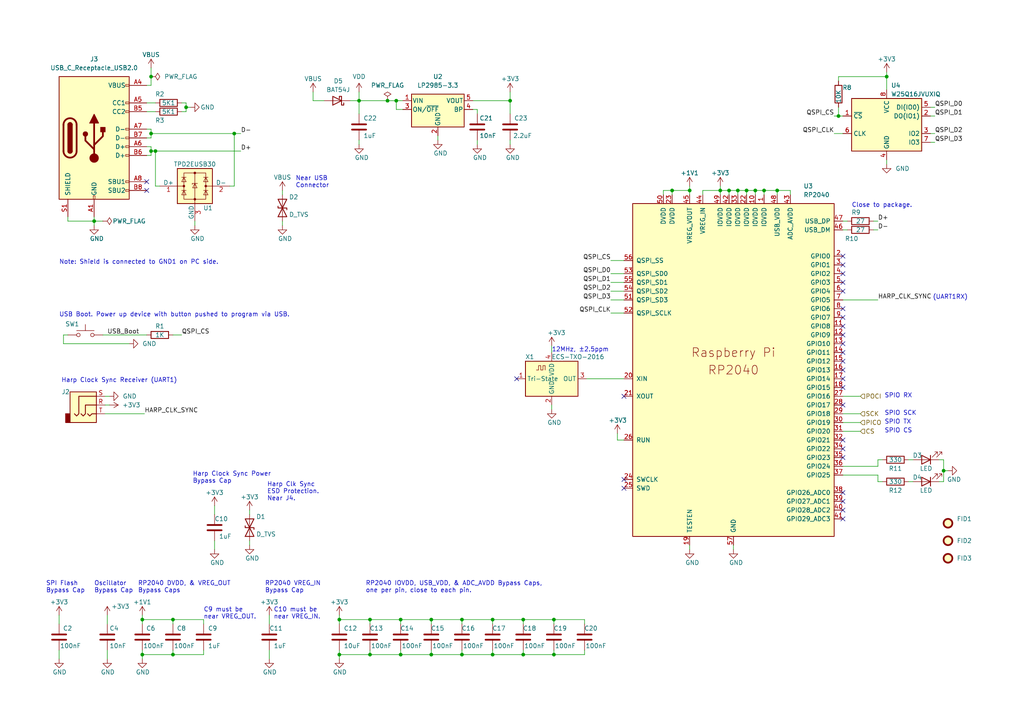
<source format=kicad_sch>
(kicad_sch (version 20230121) (generator eeschema)
  (paper "A4")
  (junction (at 273.685 136.525))
  (junction (at 112.395 29.21))
  (junction (at 147.955 29.21))
  (junction (at 104.14 29.21))
  (junction (at 213.995 55.245))
  (junction (at 107.315 179.705))
  (junction (at 41.275 189.865))
  (junction (at 45.085 43.815))
  (junction (at 133.985 189.865))
  (junction (at 194.945 55.245))
  (junction (at 116.205 179.705))
  (junction (at 211.455 55.245))
  (junction (at 27.305 64.135))
  (junction (at 98.425 179.705))
  (junction (at 67.945 38.735))
  (junction (at 98.425 189.865))
  (junction (at 160.655 189.865))
  (junction (at 116.205 189.865))
  (junction (at 125.095 179.705))
  (junction (at 43.815 43.815))
  (junction (at 107.315 189.865))
  (junction (at 243.205 33.655))
  (junction (at 216.535 55.245))
  (junction (at 151.765 179.705))
  (junction (at 221.615 55.245))
  (junction (at 257.175 22.225))
  (junction (at 50.165 179.705))
  (junction (at 142.875 179.705))
  (junction (at 133.985 179.705))
  (junction (at 53.975 31.115))
  (junction (at 43.815 38.735))
  (junction (at 160.655 179.705))
  (junction (at 208.915 55.245))
  (junction (at 114.935 29.21))
  (junction (at 41.275 179.705))
  (junction (at 50.165 189.865))
  (junction (at 225.425 55.245))
  (junction (at 43.815 22.225))
  (junction (at 142.875 189.865))
  (junction (at 125.095 189.865))
  (junction (at 219.075 55.245))
  (junction (at 151.765 189.865))
  (junction (at 200.025 55.245))
  (no_connect (at 244.475 109.855))
  (no_connect (at 244.475 130.175))
  (no_connect (at 244.475 117.475))
  (no_connect (at 244.475 99.695))
  (no_connect (at 244.475 81.915))
  (no_connect (at 244.475 79.375))
  (no_connect (at 42.545 52.705))
  (no_connect (at 244.475 145.415))
  (no_connect (at 244.475 150.495))
  (no_connect (at 244.475 94.615))
  (no_connect (at 244.475 92.075))
  (no_connect (at 244.475 74.295))
  (no_connect (at 244.475 132.715))
  (no_connect (at 180.975 139.065))
  (no_connect (at 244.475 142.875))
  (no_connect (at 244.475 107.315))
  (no_connect (at 244.475 104.775))
  (no_connect (at 42.545 55.245))
  (no_connect (at 244.475 89.535))
  (no_connect (at 244.475 102.235))
  (no_connect (at 244.475 84.455))
  (no_connect (at 149.86 109.855))
  (no_connect (at 244.475 112.395))
  (no_connect (at 244.475 97.155))
  (no_connect (at 180.975 141.605))
  (no_connect (at 244.475 127.635))
  (no_connect (at 180.975 114.935))
  (no_connect (at 244.475 76.835))
  (no_connect (at 244.475 147.955))
  (wire (pts (xy 59.055 180.975) (xy 59.055 179.705)))
  (wire (pts (xy 98.425 189.865) (xy 98.425 191.135)))
  (wire (pts (xy 244.475 125.095) (xy 249.555 125.095)))
  (wire (pts (xy 257.175 22.225) (xy 257.175 26.035)))
  (wire (pts (xy 138.43 31.75) (xy 137.16 31.75)))
  (wire (pts (xy 42.545 29.845) (xy 45.085 29.845)))
  (wire (pts (xy 194.945 55.245) (xy 194.945 56.515)))
  (wire (pts (xy 160.02 117.475) (xy 160.02 118.745)))
  (wire (pts (xy 243.205 31.115) (xy 243.205 33.655)))
  (wire (pts (xy 31.115 178.435) (xy 31.115 180.975)))
  (wire (pts (xy 142.875 189.865) (xy 133.985 189.865)))
  (wire (pts (xy 53.975 31.115) (xy 53.975 29.845)))
  (wire (pts (xy 192.405 55.245) (xy 192.405 56.515)))
  (wire (pts (xy 125.095 188.595) (xy 125.095 189.865)))
  (wire (pts (xy 27.305 64.135) (xy 27.305 65.405)))
  (wire (pts (xy 170.18 109.855) (xy 180.975 109.855)))
  (wire (pts (xy 200.025 55.245) (xy 200.025 56.515)))
  (wire (pts (xy 41.275 189.865) (xy 41.275 191.135)))
  (wire (pts (xy 257.175 20.955) (xy 257.175 22.225)))
  (wire (pts (xy 194.945 55.245) (xy 192.405 55.245)))
  (wire (pts (xy 254.635 137.795) (xy 244.475 137.795)))
  (wire (pts (xy 43.815 43.815) (xy 43.815 45.085)))
  (wire (pts (xy 104.14 29.21) (xy 104.14 33.02)))
  (wire (pts (xy 41.275 179.705) (xy 50.165 179.705)))
  (wire (pts (xy 151.765 180.975) (xy 151.765 179.705)))
  (wire (pts (xy 81.915 64.135) (xy 81.915 65.405)))
  (wire (pts (xy 72.39 147.955) (xy 72.39 149.225)))
  (wire (pts (xy 133.985 188.595) (xy 133.985 189.865)))
  (wire (pts (xy 160.655 189.865) (xy 169.545 189.865)))
  (wire (pts (xy 18.415 99.695) (xy 18.415 97.155)))
  (wire (pts (xy 98.425 179.705) (xy 107.315 179.705)))
  (wire (pts (xy 229.235 56.515) (xy 229.235 55.245)))
  (wire (pts (xy 219.075 55.245) (xy 219.075 56.515)))
  (wire (pts (xy 138.43 40.64) (xy 138.43 41.91)))
  (wire (pts (xy 59.055 189.865) (xy 59.055 188.595)))
  (wire (pts (xy 53.975 31.115) (xy 55.245 31.115)))
  (wire (pts (xy 50.165 180.975) (xy 50.165 179.705)))
  (wire (pts (xy 43.815 24.765) (xy 42.545 24.765)))
  (wire (pts (xy 151.765 189.865) (xy 142.875 189.865)))
  (wire (pts (xy 244.475 66.675) (xy 245.745 66.675)))
  (wire (pts (xy 50.165 189.865) (xy 50.165 188.595)))
  (wire (pts (xy 114.935 31.75) (xy 116.84 31.75)))
  (wire (pts (xy 56.515 64.135) (xy 56.515 65.405)))
  (wire (pts (xy 169.545 179.705) (xy 160.655 179.705)))
  (wire (pts (xy 269.875 41.275) (xy 271.145 41.275)))
  (wire (pts (xy 243.205 23.495) (xy 243.205 22.225)))
  (wire (pts (xy 125.095 180.975) (xy 125.095 179.705)))
  (wire (pts (xy 273.685 136.525) (xy 273.685 139.7)))
  (wire (pts (xy 177.165 90.805) (xy 180.975 90.805)))
  (wire (pts (xy 43.815 45.085) (xy 42.545 45.085)))
  (wire (pts (xy 272.415 133.35) (xy 273.685 133.35)))
  (wire (pts (xy 27.305 64.135) (xy 29.845 64.135)))
  (wire (pts (xy 244.475 135.255) (xy 254.635 135.255)))
  (wire (pts (xy 269.875 38.735) (xy 271.145 38.735)))
  (wire (pts (xy 177.165 75.565) (xy 180.975 75.565)))
  (wire (pts (xy 78.105 178.435) (xy 78.105 180.975)))
  (wire (pts (xy 125.095 179.705) (xy 133.985 179.705)))
  (wire (pts (xy 127 39.37) (xy 127 40.64)))
  (wire (pts (xy 98.425 189.865) (xy 107.315 189.865)))
  (wire (pts (xy 169.545 188.595) (xy 169.545 189.865)))
  (wire (pts (xy 41.275 189.865) (xy 50.165 189.865)))
  (wire (pts (xy 43.815 19.685) (xy 43.815 22.225)))
  (wire (pts (xy 45.085 43.815) (xy 69.85 43.815)))
  (wire (pts (xy 133.985 179.705) (xy 133.985 180.975)))
  (wire (pts (xy 31.115 188.595) (xy 31.115 191.135)))
  (wire (pts (xy 104.14 40.64) (xy 104.14 41.91)))
  (wire (pts (xy 50.165 179.705) (xy 59.055 179.705)))
  (wire (pts (xy 229.235 55.245) (xy 225.425 55.245)))
  (wire (pts (xy 244.475 64.135) (xy 245.745 64.135)))
  (wire (pts (xy 50.165 97.155) (xy 52.705 97.155)))
  (wire (pts (xy 208.915 55.245) (xy 211.455 55.245)))
  (wire (pts (xy 43.815 37.465) (xy 43.815 38.735)))
  (wire (pts (xy 147.955 33.02) (xy 147.955 29.21)))
  (wire (pts (xy 142.875 179.705) (xy 151.765 179.705)))
  (wire (pts (xy 67.945 38.735) (xy 67.945 53.975)))
  (wire (pts (xy 273.685 133.35) (xy 273.685 136.525)))
  (wire (pts (xy 212.725 158.115) (xy 212.725 159.385)))
  (wire (pts (xy 263.525 139.7) (xy 264.795 139.7)))
  (wire (pts (xy 52.705 32.385) (xy 53.975 32.385)))
  (wire (pts (xy 216.535 55.245) (xy 216.535 56.515)))
  (wire (pts (xy 112.395 29.21) (xy 104.14 29.21)))
  (wire (pts (xy 208.915 53.975) (xy 208.915 55.245)))
  (wire (pts (xy 107.315 188.595) (xy 107.315 189.865)))
  (wire (pts (xy 45.085 53.975) (xy 46.355 53.975)))
  (wire (pts (xy 114.935 31.75) (xy 114.935 29.21)))
  (wire (pts (xy 17.145 178.435) (xy 17.145 180.975)))
  (wire (pts (xy 116.205 179.705) (xy 125.095 179.705)))
  (wire (pts (xy 151.765 188.595) (xy 151.765 189.865)))
  (wire (pts (xy 255.905 139.7) (xy 254.635 139.7)))
  (wire (pts (xy 116.205 189.865) (xy 107.315 189.865)))
  (wire (pts (xy 200.025 158.115) (xy 200.025 159.385)))
  (wire (pts (xy 254.635 133.35) (xy 255.905 133.35)))
  (wire (pts (xy 53.975 32.385) (xy 53.975 31.115)))
  (wire (pts (xy 133.985 189.865) (xy 125.095 189.865)))
  (wire (pts (xy 203.835 55.245) (xy 203.835 56.515)))
  (wire (pts (xy 272.415 139.7) (xy 273.685 139.7)))
  (wire (pts (xy 263.525 133.35) (xy 264.795 133.35)))
  (wire (pts (xy 116.205 188.595) (xy 116.205 189.865)))
  (wire (pts (xy 41.275 179.705) (xy 41.275 180.975)))
  (wire (pts (xy 41.275 188.595) (xy 41.275 189.865)))
  (wire (pts (xy 208.915 55.245) (xy 203.835 55.245)))
  (wire (pts (xy 62.23 146.685) (xy 62.23 149.225)))
  (wire (pts (xy 225.425 55.245) (xy 225.425 56.515)))
  (wire (pts (xy 112.395 29.21) (xy 114.935 29.21)))
  (wire (pts (xy 254.635 139.7) (xy 254.635 137.795)))
  (wire (pts (xy 211.455 55.245) (xy 213.995 55.245)))
  (wire (pts (xy 41.275 178.435) (xy 41.275 179.705)))
  (wire (pts (xy 27.305 62.865) (xy 27.305 64.135)))
  (wire (pts (xy 243.205 33.655) (xy 244.475 33.655)))
  (wire (pts (xy 30.48 117.475) (xy 31.75 117.475)))
  (wire (pts (xy 151.765 189.865) (xy 160.655 189.865)))
  (wire (pts (xy 19.685 62.865) (xy 19.685 64.135)))
  (wire (pts (xy 253.365 66.675) (xy 254.635 66.675)))
  (wire (pts (xy 244.475 114.935) (xy 249.555 114.935)))
  (wire (pts (xy 30.48 120.015) (xy 41.91 120.015)))
  (wire (pts (xy 19.685 64.135) (xy 27.305 64.135)))
  (wire (pts (xy 180.975 79.375) (xy 177.165 79.375)))
  (wire (pts (xy 142.875 179.705) (xy 142.875 180.975)))
  (wire (pts (xy 208.915 55.245) (xy 208.915 56.515)))
  (wire (pts (xy 213.995 55.245) (xy 216.535 55.245)))
  (wire (pts (xy 29.845 97.155) (xy 42.545 97.155)))
  (wire (pts (xy 30.48 114.935) (xy 31.75 114.935)))
  (wire (pts (xy 269.875 33.655) (xy 271.145 33.655)))
  (wire (pts (xy 116.205 179.705) (xy 107.315 179.705)))
  (wire (pts (xy 50.165 189.865) (xy 59.055 189.865)))
  (wire (pts (xy 180.975 86.995) (xy 177.165 86.995)))
  (wire (pts (xy 133.985 179.705) (xy 142.875 179.705)))
  (wire (pts (xy 225.425 55.245) (xy 221.615 55.245)))
  (wire (pts (xy 107.315 179.705) (xy 107.315 180.975)))
  (wire (pts (xy 200.025 53.975) (xy 200.025 55.245)))
  (wire (pts (xy 42.545 32.385) (xy 45.085 32.385)))
  (wire (pts (xy 43.815 40.005) (xy 42.545 40.005)))
  (wire (pts (xy 244.475 86.995) (xy 254.635 86.995)))
  (wire (pts (xy 81.915 55.245) (xy 81.915 56.515)))
  (wire (pts (xy 98.425 179.705) (xy 98.425 180.975)))
  (wire (pts (xy 142.875 188.595) (xy 142.875 189.865)))
  (wire (pts (xy 18.415 99.695) (xy 37.465 99.695)))
  (wire (pts (xy 273.685 136.525) (xy 274.955 136.525)))
  (wire (pts (xy 219.075 55.245) (xy 221.615 55.245)))
  (wire (pts (xy 211.455 55.245) (xy 211.455 56.515)))
  (wire (pts (xy 43.815 22.225) (xy 43.815 24.765)))
  (wire (pts (xy 78.105 188.595) (xy 78.105 191.135)))
  (wire (pts (xy 269.875 31.115) (xy 271.145 31.115)))
  (wire (pts (xy 52.705 29.845) (xy 53.975 29.845)))
  (wire (pts (xy 43.815 43.815) (xy 45.085 43.815)))
  (wire (pts (xy 116.84 29.21) (xy 114.935 29.21)))
  (wire (pts (xy 253.365 64.135) (xy 254.635 64.135)))
  (wire (pts (xy 116.205 179.705) (xy 116.205 180.975)))
  (wire (pts (xy 160.655 189.865) (xy 160.655 188.595)))
  (wire (pts (xy 125.095 189.865) (xy 116.205 189.865)))
  (wire (pts (xy 160.02 100.33) (xy 160.02 102.235)))
  (wire (pts (xy 18.415 97.155) (xy 19.685 97.155)))
  (wire (pts (xy 243.205 22.225) (xy 257.175 22.225)))
  (wire (pts (xy 137.16 29.21) (xy 147.955 29.21)))
  (wire (pts (xy 98.425 178.435) (xy 98.425 179.705)))
  (wire (pts (xy 216.535 55.245) (xy 219.075 55.245)))
  (wire (pts (xy 241.935 38.735) (xy 244.475 38.735)))
  (wire (pts (xy 62.23 156.845) (xy 62.23 159.385)))
  (wire (pts (xy 254.635 135.255) (xy 254.635 133.35)))
  (wire (pts (xy 43.815 38.735) (xy 67.945 38.735)))
  (wire (pts (xy 93.98 29.21) (xy 90.805 29.21)))
  (wire (pts (xy 244.475 120.015) (xy 249.555 120.015)))
  (wire (pts (xy 241.935 33.655) (xy 243.205 33.655)))
  (wire (pts (xy 72.39 156.845) (xy 72.39 158.115)))
  (wire (pts (xy 45.085 43.815) (xy 45.085 53.975)))
  (wire (pts (xy 180.975 81.915) (xy 177.165 81.915)))
  (wire (pts (xy 213.995 55.245) (xy 213.995 56.515)))
  (wire (pts (xy 160.655 180.975) (xy 160.655 179.705)))
  (wire (pts (xy 104.14 29.21) (xy 104.14 26.67)))
  (wire (pts (xy 244.475 122.555) (xy 249.555 122.555)))
  (wire (pts (xy 179.07 125.73) (xy 179.07 127.635)))
  (wire (pts (xy 169.545 180.975) (xy 169.545 179.705)))
  (wire (pts (xy 98.425 188.595) (xy 98.425 189.865)))
  (wire (pts (xy 138.43 33.02) (xy 138.43 31.75)))
  (wire (pts (xy 147.955 26.67) (xy 147.955 29.21)))
  (wire (pts (xy 17.145 188.595) (xy 17.145 191.135)))
  (wire (pts (xy 43.815 38.735) (xy 43.815 40.005)))
  (wire (pts (xy 147.955 40.64) (xy 147.955 41.91)))
  (wire (pts (xy 43.815 42.545) (xy 43.815 43.815)))
  (wire (pts (xy 179.07 127.635) (xy 180.975 127.635)))
  (wire (pts (xy 90.805 29.21) (xy 90.805 26.67)))
  (wire (pts (xy 257.175 46.355) (xy 257.175 47.625)))
  (wire (pts (xy 67.945 53.975) (xy 66.675 53.975)))
  (wire (pts (xy 200.025 55.245) (xy 194.945 55.245)))
  (wire (pts (xy 42.545 42.545) (xy 43.815 42.545)))
  (wire (pts (xy 101.6 29.21) (xy 104.14 29.21)))
  (wire (pts (xy 221.615 55.245) (xy 221.615 56.515)))
  (wire (pts (xy 67.945 38.735) (xy 69.85 38.735)))
  (wire (pts (xy 42.545 37.465) (xy 43.815 37.465)))
  (wire (pts (xy 160.655 179.705) (xy 151.765 179.705)))
  (wire (pts (xy 180.975 84.455) (xy 177.165 84.455)))
  (text "C10 must be \nnear VREG_IN." (at 79.375 179.705 0) (effects (font (size 1.27 1.27)) (justify left bottom)))
  (text "SPIO SCK" (at 256.54 120.65 0) (effects (font (size 1.27 1.27)) (justify left bottom)))
  (text "C9 must be \nnear VREG_OUT." (at 59.055 179.705 0) (effects (font (size 1.27 1.27)) (justify left bottom)))
  (text "SPI Flash\nBypass Cap" (at 13.335 172.085 0) (effects (font (size 1.27 1.27)) (justify left bottom)))
  (text "Close to package." (at 247.015 60.325 0) (effects (font (size 1.27 1.27)) (justify left bottom)))
  (text "Harp Clock Sync Power\nBypass Cap" (at 55.88 140.335 0) (effects (font (size 1.27 1.27)) (justify left bottom)))
  (text "Harp Clock Sync Receiver (UART1)" (at 17.78 111.125 0) (effects (font (size 1.27 1.27)) (justify left bottom)))
  (text "Oscillator\nBypass Cap" (at 27.305 172.085 0) (effects (font (size 1.27 1.27)) (justify left bottom)))
  (text "RP2040 DVDD, & VREG_OUT \nBypass Caps" (at 40.005 172.085 0) (effects (font (size 1.27 1.27)) (justify left bottom)))
  (text "RP2040 VREG_IN\nBypass Cap" (at 76.835 172.085 0) (effects (font (size 1.27 1.27)) (justify left bottom)))
  (text "USB Boot. Power up device with button pushed to program via USB." (at 17.145 92.075 0) (effects (font (size 1.27 1.27)) (justify left bottom)))
  (text "(UART1RX)" (at 270.51 86.995 0) (effects (font (size 1.27 1.27)) (justify left bottom)))
  (text "RP2040 IOVDD, USB_VDD, & ADC_AVDD Bypass Caps, \none per pin, close to each pin." (at 106.045 172.085 0) (effects (font (size 1.27 1.27)) (justify left bottom)))
  (text "Near USB\nConnector" (at 85.725 54.61 0) (effects (font (size 1.27 1.27)) (justify left bottom)))
  (text "Note: Shield is connected to GND1 on PC side." (at 17.145 76.835 0) (effects (font (size 1.27 1.27)) (justify left bottom)))
  (text "SPIO CS" (at 256.54 125.73 0) (effects (font (size 1.27 1.27)) (justify left bottom)))
  (text "12MHz, ±2.5ppm" (at 160.02 102.235 0) (effects (font (size 1.27 1.27)) (justify left bottom)))
  (text "Harp Clk Sync\nESD Protection.\nNear J4." (at 77.47 145.415 0) (effects (font (size 1.27 1.27)) (justify left bottom)))
  (text "SPIO TX" (at 256.54 123.19 0) (effects (font (size 1.27 1.27)) (justify left bottom)))
  (text "SPIO RX" (at 256.54 115.57 0) (effects (font (size 1.27 1.27)) (justify left bottom)))
  (label "D+" (at 69.85 43.815 0))
  (label "HARP_CLK_SYNC" (at 41.91 120.015 0))
  (label "QSPI_CS" (at 241.935 33.655 180))
  (label "D+" (at 254.635 64.135 0))
  (label "QSPI_CLK" (at 177.165 90.805 180))
  (label "QSPI_D1" (at 271.145 33.655 0))
  (label "QSPI_D1" (at 177.165 81.915 180))
  (label "QSPI_D0" (at 177.165 79.375 180))
  (label "QSPI_CS" (at 52.705 97.155 0))
  (label "USB_Boot" (at 31.115 97.155 0))
  (label "QSPI_D2" (at 177.165 84.455 180))
  (label "D-" (at 254.635 66.675 0))
  (label "QSPI_D0" (at 271.145 31.115 0))
  (label "D-" (at 69.85 38.735 0))
  (label "QSPI_CLK" (at 241.935 38.735 180))
  (label "QSPI_CS" (at 177.165 75.565 180))
  (label "HARP_CLK_SYNC" (at 254.635 86.995 0))
  (label "QSPI_D3" (at 177.165 86.995 180))
  (label "QSPI_D2" (at 271.145 38.735 0))
  (label "QSPI_D3" (at 271.145 41.275 0))
  (hierarchical_label "POCI" (shape input) (at 249.555 114.935 0))
  (hierarchical_label "PICO" (shape input) (at 249.555 122.555 0))
  (hierarchical_label "SCK" (shape input) (at 249.555 120.015 0))
  (hierarchical_label "CS" (shape input) (at 249.555 125.095 0))
  (symbol (lib_id "power:GND") (at 138.43 41.91 0) (unit 1)
    (property "Reference" "#PWR032" (effects hide))
    (property "Value" "GND" (at 137.16 45.72 0) (effects (justify left)))
    (instances (project "environment_sensor" (path "" (reference "#PWR032") (unit 1))) (project "harp_lick_detector_capactive" (path "" (reference "#PWR031") (unit 1))))
  )
  (symbol (lib_id "Device:R") (at 243.205 27.305 180) (unit 1)
    (property "Reference" "R8" (at 247.015 25.4 0) (effects (justify left)))
    (property "Value" "10K" (at 243.205 26.035 90) (effects (justify left)))
    (property "Footprint" "Resistor_SMD:R_0402_1005Metric" (effects hide))
    (property "Datasheet" "https://www.koaspeer.com/pdfs/SG73P.pdf" (effects hide))
    (property "Link" "https://www.digikey.com/en/products/detail/koa-speer-electronics-inc/SG73P1EWTTP1002F/14316756" (effects hide))
    (property "Manufacturer" "KOA Speer Electronics, Inc." (effects hide))
    (property "Manufacturer Number" "SG73P1EWTTP1002F" (effects hide))
    (property "Tolerance" "1%" (effects hide))
    (instances (project "environment_sensor" (path "" (reference "R8") (unit 1))) (project "harp_lick_detector_capactive" (path "" (reference "R9") (unit 1))))
  )
  (symbol (lib_id "Connector:AudioJack3") (at 25.4 117.475 0) (unit 1)
    (property "Reference" "J2" (at 19.05 113.665 0))
    (property "Value" "AudioJack3" (effects hide))
    (property "Footprint" "Connector_Audio:Jack_3.5mm_CUI_SJ-3523-SMT_Horizontal" (effects hide))
    (property "Datasheet" "https://www.cuidevices.com/product/resource/sj-352x-smt.pdf" (effects hide))
    (property "Link" "https://www.digikey.com/en/products/detail/cui-devices/SJ-3524-SMT-TR-BE/2295987" (effects hide))
    (property "PCBWay Link" "https://www.pcbway.com/components/detail/SJ3523SMTTR/473228/" (effects hide))
    (property "Manufacturer Number" "SJ-3523-SMT-TR" (effects hide))
    (instances (project "environment_sensor" (path "" (reference "J2") (unit 1))) (project "harp_lick_detector_capactive" (path "" (reference "J4") (unit 1))))
  )
  (symbol (lib_id "power:GND") (at 55.245 31.115 90) (unit 1)
    (property "Reference" "#PWR01" (effects hide))
    (property "Value" "GND" (at 62.23 31.115 90) (effects (justify left)))
    (instances (project "environment_sensor" (path "" (reference "#PWR01") (unit 1))) (project "harp_lick_detector_capactive" (path "" (reference "#PWR031") (unit 1))))
  )
  (symbol (lib_id "Device:R") (at 46.355 97.155 90) (unit 1)
    (property "Reference" "R1" (at 46.355 94.615 90))
    (property "Value" "1K" (at 46.355 97.155 90))
    (property "Footprint" "Resistor_SMD:R_0402_1005Metric" (effects hide))
    (property "Datasheet" "n/a" (effects hide))
    (property "Tolerance" "1%" (effects hide))
    (property "Link" "https://www.digikey.com/en/products/detail/yageo/AC0402FR-131KL/14008372" (effects hide))
    (property "Manufacturer" "Yageo" (effects hide))
    (property "Manufacturer Number" "AC0402FR-131KL" (effects hide))
  )
  (symbol (lib_id "Device:C") (at 147.955 36.83 180) (unit 1)
    (property "Reference" "C23" (at 153.035 34.29 0) (effects (justify left)))
    (property "Value" "2.2uF" (at 154.305 39.37 0) (effects (justify left)))
    (property "Footprint" "Capacitor_SMD:C_0402_1005Metric" (effects hide))
    (property "Datasheet" "https://search.murata.co.jp/Ceramy/image/img/A01X/G101/ENG/GRM155Z71A225KE01-01.pdf" (effects hide))
    (property "Link" "https://www.digikey.com/en/products/detail/murata-electronics/GRM155Z71A225KE01D/13905066" (effects hide))
    (property "Manufacturer" "Murata Electronics" (effects hide))
    (property "Manufacturer Number" "GRM155Z71A225KE01D" (effects hide))
    (property "Rated Voltage" "10V" (effects hide))
    (property "Temperature Coefficient" "X7R" (effects hide))
    (property "Vendor Number" "490-GRM155Z71A225KE01DDKR-ND" (effects hide))
    (instances (project "environment_sensor" (path "" (reference "C23") (unit 1))) (project "harp_lick_detector_capactive" (path "" (reference "C8") (unit 1)) (path "" (reference "C44") (unit 1)) (path "" (reference "C50") (unit 1))))
  )
  (symbol (lib_id "kicad_component_library:ECS-TXO-2016") (at 160.02 109.855 0) (unit 1)
    (property "Reference" "X1" (at 153.67 103.505 0))
    (property "Value" "ECS-TXO-2016" (at 167.64 103.505 0))
    (property "Footprint" "Crystal:Crystal_SMD_2016-4Pin_2.0x1.6mm" (effects hide))
    (property "Datasheet" "https://ecsxtal.com/store/pdf/ECS-TXO-2016.pdf" (effects hide))
    (property "Link" "https://www.digikey.com/en/products/detail/ecs-inc/ECS-TXO-2016-33-120-TR/10244135" (effects hide))
    (property "Manufacturer" "ECS Inc." (effects hide))
    (property "Manufacturer Number" "ECS-TXO-2016-33-120-TR" (effects hide))
    (property "Notes" "HCMOS" (effects hide))
    (property "Tolerance" "±2.5ppm" (effects hide))
    (property "PCBWay Link" "https://www.pcbway.com/components/detail/ECSTXO201633120TR/348903/" (effects hide))
  )
  (symbol (lib_id "Mechanical:Fiducial") (at 274.955 151.765 0) (unit 1)
    (property "Reference" "FID1" (at 277.495 150.4949 0) (effects (justify left)))
    (property "Value" "Fiducial" (effects hide))
    (property "Footprint" "Fiducial:Fiducial_0.5mm_Mask1mm" (effects hide))
    (property "Datasheet" "n/a" (effects hide))
    (property "Link" "n/a" (effects hide))
    (property "Manufacturer" "n/a" (effects hide))
    (property "Manufacturer Number" "n/a" (effects hide))
    (property "PCBWay Link" "n/a" (effects hide))
  )
  (symbol (lib_id "Device:LED") (at 268.605 133.35 180) (unit 1)
    (property "Reference" "D3" (at 266.065 132.08 0))
    (property "Value" "LED" (at 268.605 135.89 0))
    (property "Footprint" "LED_SMD:LED_0603_1608Metric_Pad1.05x0.95mm_HandSolder" (effects hide))
    (property "Datasheet" "https://www.sunledusa.com/products/spec/XZCDGK53W-1VF.pdf" (effects hide))
    (property "Link" "https://www.digikey.com/en/products/detail/sunled/XZCDGK53W-1VF/15761905" (effects hide))
    (property "Notes" "2mA, 98mcd, green" (effects hide))
    (property "Manufacturer" "SunLED" (effects hide))
    (property "Manufacturer Number" "XZCDGK53W-1VF" (effects hide))
    (property "PCBWay Link" "https://www.pcbway.com/components/detail/XZCDGK53W1VF/501988/" (effects hide))
    (instances (project "environment_sensor" (path "" (reference "D3") (unit 1))) (project "harp_lick_detector_capactive" (path "" (reference "D1") (unit 1))))
  )
  (symbol (lib_id "Device:C") (at 98.425 184.785 0) (unit 1)
    (property "Reference" "C12" (at 99.695 182.245 0) (effects (justify left)))
    (property "Value" "10uF" (at 99.695 187.325 0) (effects (justify left)))
    (property "Footprint" "Capacitor_SMD:C_0805_2012Metric" (effects hide))
    (property "Datasheet" "https://search.murata.co.jp/Ceramy/image/img/A01X/G101/ENG/GRM21BZ71E106KE15-01.pdf" (effects hide))
    (property "Link" "https://www.digikey.com/en/products/detail/murata-electronics/GRM21BZ71E106KE15L/13904911" (effects hide))
    (property "Manufacturer Number" "GRM21BZ71E106KE15L" (effects hide))
    (property "Rated Voltage" "25V" (effects hide))
    (property "Temperature Coefficient" "X7R" (effects hide))
    (property "Manufacturer" "Murata Electronics" (effects hide))
    (instances (project "environment_sensor" (path "" (reference "C12") (unit 1))) (project "harp_lick_detector_capactive" (path "" (reference "C11") (unit 1))))
  )
  (symbol (lib_id "power:GND") (at 160.02 118.745 0) (unit 1)
    (property "Reference" "#PWR035" (effects hide))
    (property "Value" "GND" (at 158.75 122.555 0) (effects (justify left)))
    (instances (project "environment_sensor" (path "" (reference "#PWR035") (unit 1))) (project "harp_lick_detector_capactive" (path "" (reference "#PWR031") (unit 1))))
  )
  (symbol (lib_id "Device:C") (at 50.165 184.785 180) (unit 1)
    (property "Reference" "C8" (at 53.975 182.245 0) (effects (justify left)))
    (property "Value" "100nF" (at 56.515 187.325 0) (effects (justify left)))
    (property "Footprint" "Capacitor_SMD:C_0402_1005Metric" (effects hide))
    (property "Datasheet" "http://www.passivecomponent.com/wp-content/uploads/datasheet/WTC_MLCC_General_Purpose.pdf" (effects hide))
    (property "Link" "https://www.digikey.com/en/products/detail/walsin-technology-corporation/0402B104K160CT/6707534" (effects hide))
    (property "Manufacturer" "Walson Technology Corporation" (effects hide))
    (property "Manufacturer Number" "0402B104K160CT" (effects hide))
    (property "Rated Voltage" "16V" (effects hide))
    (property "Temperature Coefficient" "X7R" (effects hide))
    (property "Tolerance" "10%" (effects hide))
    (property "PCBWay Link" "https://www.pcbway.com/components/detail/0402B104K160CT/307171/" (effects hide))
    (instances (project "environment_sensor" (path "" (reference "C8") (unit 1))) (project "harp_lick_detector_capactive" (path "" (reference "C7") (unit 1))))
  )
  (symbol (lib_id "power:+3V3") (at 208.915 53.975 0) (unit 1)
    (property "Reference" "#PWR040" (effects hide))
    (property "Value" "+3V3" (at 208.915 50.165 0))
    (instances (project "environment_sensor" (path "" (reference "#PWR040") (unit 1))) (project "harp_lick_detector_capactive" (path "" (reference "#PWR035") (unit 1))))
  )
  (symbol (lib_id "Device:D_TVS") (at 72.39 153.035 90) (unit 1)
    (property "Reference" "D1" (at 74.295 149.86 90) (effects (justify right)))
    (property "Value" "D_TVS" (at 74.295 154.94 90) (effects (justify right)))
    (property "Footprint" "Diode_SMD:D_0402_1005Metric" (effects hide))
    (property "Datasheet" "https://www.onsemi.com/pdf/datasheet/esdm3551-d.pdf" (effects hide))
    (property "Link" "https://www.digikey.com/en/products/detail/onsemi/SZESDM3551N2T5G/15860141" (effects hide))
    (property "PCBWay Link" "https://www.pcbway.com/components/detail/SZESDM3551N2T5G/947288/" (effects hide))
    (property "Manufacturer" "onsemi" (effects hide))
    (property "Manufacturer Number" "SZESDM3551N2T5G" (effects hide))
    (property "Notes" "not polarized" (effects hide))
    (instances (project "environment_sensor" (path "" (reference "D1") (unit 1))) (project "harp_lick_detector_capactive" (path "" (reference "D4") (unit 1))))
  )
  (symbol (lib_id "power:+3V3") (at 160.02 100.33 0) (unit 1)
    (property "Reference" "#PWR034" (effects hide))
    (property "Value" "+3V3" (at 158.75 96.52 0) (effects (justify left)))
    (instances (project "environment_sensor" (path "" (reference "#PWR034") (unit 1))) (project "harp_lick_detector_capactive" (path "" (reference "#PWR030") (unit 1))))
  )
  (symbol (lib_id "Device:R") (at 259.715 139.7 90) (unit 1)
    (property "Reference" "R12" (at 259.715 142.24 90))
    (property "Value" "330" (at 259.715 139.7 90))
    (property "Footprint" "Resistor_SMD:R_0402_1005Metric" (effects hide))
    (property "Datasheet" "https://industrial.panasonic.com/cdbs/www-data/pdf/RDM0000/AOA0000C307.pdf" (effects hide))
    (property "Link" "https://www.digikey.com/en/products/detail/panasonic-electronic-components/ERA-2AEB331X/1705993" (effects hide))
    (property "Manufacturer" "Panasonic Electronic Components" (effects hide))
    (property "Manufacturer Number" "ERA-2AEB331X" (effects hide))
    (property "Tolerance" "0.1%" (effects hide))
    (instances (project "environment_sensor" (path "" (reference "R12") (unit 1))) (project "harp_lick_detector_capactive" (path "" (reference "R13") (unit 1))))
  )
  (symbol (lib_id "power:GND") (at 27.305 65.405 0) (unit 1)
    (property "Reference" "#PWR019" (effects hide))
    (property "Value" "GND" (at 26.035 69.215 0) (effects (justify left)))
    (instances (project "environment_sensor" (path "" (reference "#PWR019") (unit 1))) (project "harp_lick_detector_capactive" (path "" (reference "#PWR031") (unit 1))))
  )
  (symbol (lib_id "Device:R") (at 259.715 133.35 90) (unit 1)
    (property "Reference" "R11" (at 259.715 135.89 90))
    (property "Value" "330" (at 259.715 133.35 90))
    (property "Footprint" "Resistor_SMD:R_0402_1005Metric" (effects hide))
    (property "Datasheet" "https://industrial.panasonic.com/cdbs/www-data/pdf/RDM0000/AOA0000C307.pdf" (effects hide))
    (property "Link" "https://www.digikey.com/en/products/detail/panasonic-electronic-components/ERA-2AEB331X/1705993" (effects hide))
    (property "Manufacturer" "Panasonic Electronic Components" (effects hide))
    (property "Manufacturer Number" "ERA-2AEB331X" (effects hide))
    (property "Tolerance" "0.1%" (effects hide))
    (instances (project "environment_sensor" (path "" (reference "R11") (unit 1))) (project "harp_lick_detector_capactive" (path "" (reference "R12") (unit 1))))
  )
  (symbol (lib_id "power:VBUS") (at 43.815 19.685 0) (unit 1)
    (property "Reference" "#PWR017" (effects hide))
    (property "Value" "VBUS" (at 43.815 15.875 0))
    (instances (project "environment_sensor" (path "" (reference "#PWR017") (unit 1))) (project "harp_lick_detector_capactive" (path "" (reference "#PWR016") (unit 1))))
  )
  (symbol (lib_id "power:GND") (at 200.025 159.385 0) (unit 1)
    (property "Reference" "#PWR039" (effects hide))
    (property "Value" "GND" (at 198.755 163.195 0) (effects (justify left)))
    (instances (project "environment_sensor" (path "" (reference "#PWR039") (unit 1))) (project "harp_lick_detector_capactive" (path "" (reference "#PWR034") (unit 1))))
  )
  (symbol (lib_id "power:VBUS") (at 81.915 55.245 0) (unit 1)
    (property "Reference" "#PWR026" (effects hide))
    (property "Value" "VBUS" (at 81.915 51.435 0))
    (instances (project "environment_sensor" (path "" (reference "#PWR026") (unit 1))) (project "harp_lick_detector_capactive" (path "" (reference "#PWR055") (unit 1))))
  )
  (symbol (lib_id "power:+3.3V") (at 257.175 20.955 0) (unit 1)
    (property "Reference" "#PWR042" (effects hide))
    (property "Value" "+3.3V" (at 257.175 17.145 0))
    (instances (project "environment_sensor" (path "" (reference "#PWR042") (unit 1))) (project "harp_lick_detector_capactive" (path "" (reference "#PWR037") (unit 1))))
  )
  (symbol (lib_id "Device:C") (at 138.43 36.83 0) (unit 1)
    (property "Reference" "C21" (at 139.065 34.29 0) (effects (justify left)))
    (property "Value" "10nF" (at 139.065 39.37 0) (effects (justify left)))
    (property "Footprint" "Capacitor_SMD:C_0402_1005Metric" (effects hide))
    (property "Datasheet" "https://search.murata.co.jp/Ceramy/image/img/A01X/G101/ENG/GRM1555C1E103GE01-01A.pdf" (effects hide))
    (property "Link" "https://www.digikey.com/en/products/detail/murata-electronics/GRM1555C1E103GE01D/16033920" (effects hide))
    (property "Manufacturer Number" "GRM1555C1E103GE01D" (effects hide))
    (property "Manufacturer" "Murata Electronics" (effects hide))
    (property "Rated Voltage" "25V" (effects hide))
    (property "Temperature Coefficient" "COG/NP0" (effects hide))
    (property "Vendor Number" "490-GRM1555C1E103GE01DDKR-ND" (effects hide))
    (property "Tolerance" "2%" (effects hide))
    (instances (project "environment_sensor" (path "" (reference "C21") (unit 1))) (project "harp_lick_detector_capactive" (path "" (reference "C10") (unit 1)) (path "" (reference "C32") (unit 1))))
  )
  (symbol (lib_id "Device:LED") (at 268.605 139.7 180) (unit 1)
    (property "Reference" "D4" (at 266.065 138.43 0))
    (property "Value" "LED" (at 268.605 142.24 0))
    (property "Footprint" "LED_SMD:LED_0603_1608Metric_Pad1.05x0.95mm_HandSolder" (effects hide))
    (property "Datasheet" "https://www.sunledusa.com/products/spec/XZCDGK53W-1VF.pdf" (effects hide))
    (property "Link" "https://www.digikey.com/en/products/detail/sunled/XZCDGK53W-1VF/15761905" (effects hide))
    (property "Notes" "2mA, 98mcd, green" (effects hide))
    (property "Manufacturer" "SunLED" (effects hide))
    (property "Manufacturer Number" "XZCDGK53W-1VF" (effects hide))
    (property "PCBWay Link" "https://www.pcbway.com/components/detail/XZCDGK53W1VF/501988/" (effects hide))
    (instances (project "environment_sensor" (path "" (reference "D4") (unit 1))) (project "harp_lick_detector_capactive" (path "" (reference "D2") (unit 1))))
  )
  (symbol (lib_id "power:GND") (at 78.105 191.135 0) (unit 1)
    (property "Reference" "#PWR025" (effects hide))
    (property "Value" "GND" (at 76.2 194.945 0) (effects (justify left)))
    (instances (project "environment_sensor" (path "" (reference "#PWR025") (unit 1))) (project "harp_lick_detector_capactive" (path "" (reference "#PWR022") (unit 1))))
  )
  (symbol (lib_id "power:+3.3V") (at 62.23 146.685 0) (unit 1)
    (property "Reference" "#PWR020" (effects hide))
    (property "Value" "+3.3V" (at 62.23 142.875 0))
    (instances (project "environment_sensor" (path "" (reference "#PWR020") (unit 1))) (project "harp_lick_detector_capactive" (path "" (reference "#PWR017") (unit 1))))
  )
  (symbol (lib_id "power:GND") (at 127 40.64 0) (unit 1)
    (property "Reference" "#PWR031" (effects hide))
    (property "Value" "GND" (at 125.73 44.45 0) (effects (justify left)))
  )
  (symbol (lib_id "power:GND") (at 81.915 65.405 0) (unit 1)
    (property "Reference" "#PWR05" (effects hide))
    (property "Value" "GND" (at 80.645 69.215 0) (effects (justify left)))
    (instances (project "environment_sensor" (path "" (reference "#PWR05") (unit 1))) (project "harp_lick_detector_capactive" (path "" (reference "#PWR031") (unit 1))))
  )
  (symbol (lib_id "power:+3.3V") (at 72.39 147.955 0) (unit 1)
    (property "Reference" "#PWR022" (effects hide))
    (property "Value" "+3.3V" (at 72.39 144.145 0))
    (instances (project "environment_sensor" (path "" (reference "#PWR022") (unit 1))) (project "harp_lick_detector_capactive" (path "" (reference "#PWR094") (unit 1))))
  )
  (symbol (lib_id "power:+3.3V") (at 31.115 178.435 0) (unit 1)
    (property "Reference" "#PWR010" (effects hide))
    (property "Value" "+3.3V" (at 34.925 175.895 0))
    (instances (project "environment_sensor" (path "" (reference "#PWR010") (unit 1))) (project "harp_lick_detector_capactive" (path "" (reference "#PWR064") (unit 1)) (path "" (reference "#PWR064") (unit 1))))
  )
  (symbol (lib_id "Device:C") (at 169.545 184.785 180) (unit 1)
    (property "Reference" "C20" (at 173.355 182.245 0) (effects (justify left)))
    (property "Value" "100nF" (at 175.895 187.325 0) (effects (justify left)))
    (property "Footprint" "Capacitor_SMD:C_0402_1005Metric" (effects hide))
    (property "Datasheet" "http://www.passivecomponent.com/wp-content/uploads/datasheet/WTC_MLCC_General_Purpose.pdf" (effects hide))
    (property "Link" "https://www.digikey.com/en/products/detail/walsin-technology-corporation/0402B104K160CT/6707534" (effects hide))
    (property "Manufacturer" "Walson Technology Corporation" (effects hide))
    (property "Manufacturer Number" "0402B104K160CT" (effects hide))
    (property "Rated Voltage" "16V" (effects hide))
    (property "Temperature Coefficient" "X7R" (effects hide))
    (property "Tolerance" "10%" (effects hide))
    (property "PCBWay Link" "https://www.pcbway.com/components/detail/0402B104K160CT/307171/" (effects hide))
    (instances (project "environment_sensor" (path "" (reference "C20") (unit 1))) (project "harp_lick_detector_capactive" (path "" (reference "C19") (unit 1))))
  )
  (symbol (lib_id "power:+1V1") (at 200.025 53.975 0) (unit 1)
    (property "Reference" "#PWR038" (effects hide))
    (property "Value" "+1V1" (at 200.025 50.165 0))
    (instances (project "environment_sensor" (path "" (reference "#PWR038") (unit 1))) (project "harp_lick_detector_capactive" (path "" (reference "#PWR033") (unit 1))))
  )
  (symbol (lib_id "power:+3.3V") (at 98.425 178.435 0) (unit 1)
    (property "Reference" "#PWR028" (effects hide))
    (property "Value" "+3.3V" (at 98.425 174.625 0))
    (instances (project "environment_sensor" (path "" (reference "#PWR028") (unit 1))) (project "harp_lick_detector_capactive" (path "" (reference "#PWR023") (unit 1))))
  )
  (symbol (lib_id "Device:C") (at 142.875 184.785 180) (unit 1)
    (property "Reference" "C17" (at 146.685 182.245 0) (effects (justify left)))
    (property "Value" "100nF" (at 149.225 187.325 0) (effects (justify left)))
    (property "Footprint" "Capacitor_SMD:C_0402_1005Metric" (effects hide))
    (property "Datasheet" "http://www.passivecomponent.com/wp-content/uploads/datasheet/WTC_MLCC_General_Purpose.pdf" (effects hide))
    (property "Link" "https://www.digikey.com/en/products/detail/walsin-technology-corporation/0402B104K160CT/6707534" (effects hide))
    (property "Manufacturer" "Walson Technology Corporation" (effects hide))
    (property "Manufacturer Number" "0402B104K160CT" (effects hide))
    (property "Rated Voltage" "16V" (effects hide))
    (property "Temperature Coefficient" "X7R" (effects hide))
    (property "Tolerance" "10%" (effects hide))
    (property "PCBWay Link" "https://www.pcbway.com/components/detail/0402B104K160CT/307171/" (effects hide))
    (instances (project "environment_sensor" (path "" (reference "C17") (unit 1))) (project "harp_lick_detector_capactive" (path "" (reference "C16") (unit 1))))
  )
  (symbol (lib_id "Device:C") (at 133.985 184.785 180) (unit 1)
    (property "Reference" "C16" (at 137.795 182.245 0) (effects (justify left)))
    (property "Value" "100nF" (at 140.335 187.325 0) (effects (justify left)))
    (property "Footprint" "Capacitor_SMD:C_0402_1005Metric" (effects hide))
    (property "Datasheet" "http://www.passivecomponent.com/wp-content/uploads/datasheet/WTC_MLCC_General_Purpose.pdf" (effects hide))
    (property "Link" "https://www.digikey.com/en/products/detail/walsin-technology-corporation/0402B104K160CT/6707534" (effects hide))
    (property "Manufacturer" "Walson Technology Corporation" (effects hide))
    (property "Manufacturer Number" "0402B104K160CT" (effects hide))
    (property "Rated Voltage" "16V" (effects hide))
    (property "Temperature Coefficient" "X7R" (effects hide))
    (property "Tolerance" "10%" (effects hide))
    (property "PCBWay Link" "https://www.pcbway.com/components/detail/0402B104K160CT/307171/" (effects hide))
    (instances (project "environment_sensor" (path "" (reference "C16") (unit 1))) (project "harp_lick_detector_capactive" (path "" (reference "C15") (unit 1))))
  )
  (symbol (lib_id "pi_pico:RP2040") (at 212.725 107.315 0) (unit 1)
    (property "Reference" "U3" (at 233.045 53.975 0) (effects (justify left)))
    (property "Value" "RP2040" (at 233.045 56.515 0) (effects (justify left)))
    (property "Footprint" "kicad_component_library:RP2040-QFN-56" (effects hide))
    (property "Datasheet" "https://datasheets.raspberrypi.com/rp2040/rp2040-datasheet.pdf" (effects hide))
    (property "PCBWay Link" "https://www.pcbway.com/components/detail/SC091413/363165/" (effects hide))
    (property "Link" "https://www.digikey.com/en/products/detail/raspberry-pi/SC0914-13/14306010?s=N4IgTCBcDaIE4AcwAYAsyQF0C%2BQ" (effects hide))
    (property "Manufacturer Number" "SC0914(13)" (effects hide))
    (property "Manufacturer" "Raspberry Pi" (effects hide))
    (instances (project "environment_sensor" (path "" (reference "U3") (unit 1))) (project "harp_lick_detector_capactive" (path "" (reference "U4") (unit 1))))
  )
  (symbol (lib_id "Device:C") (at 78.105 184.785 0) (unit 1)
    (property "Reference" "C11" (at 78.105 182.245 0) (effects (justify left)))
    (property "Value" "1uF" (at 79.375 187.325 0) (effects (justify left)))
    (property "Footprint" "Capacitor_SMD:C_0402_1005Metric" (effects hide))
    (property "Datasheet" "https://search.murata.co.jp/Ceramy/image/img/A01X/G101/ENG/GRM155R6YA105KE11-01.pdf" (effects hide))
    (property "Notes" "must not be polarized" (effects hide))
    (property "Link" "https://www.digikey.com/en/products/detail/murata-electronics/GRM155R6YA105KE11J/4905163" (effects hide))
    (property "Manufacturer Number" "GRM155R6YA105KE11J" (effects hide))
    (property "Manufacturer" "Murata Electronics" (effects hide))
    (property "Rated Voltage" "35V" (effects hide))
    (property "Temperature Coefficient" "X5R" (effects hide))
    (instances (project "environment_sensor" (path "" (reference "C11") (unit 1))) (project "harp_lick_detector_capactive" (path "" (reference "C10") (unit 1))))
  )
  (symbol (lib_id "Device:R") (at 48.895 32.385 90) (unit 1)
    (property "Reference" "R3" (at 46.355 34.925 90))
    (property "Value" "5K1" (at 48.895 32.385 90))
    (property "Footprint" "Resistor_SMD:R_0402_1005Metric" (effects hide))
    (property "Datasheet" "https://www.yageo.com/upload/media/product/productsearch/datasheet/rchip/PYu-RT_1-to-0.01_RoHS_L_13.pdf" (effects hide))
    (property "Link" "https://www.digikey.com/en/products/detail/yageo/RT0402FRE075K1L/1072083" (effects hide))
    (property "Manufacturer" "Yageo" (effects hide))
    (property "Manufacturer Number" "RT0402FRE075K1L" (effects hide))
    (property "Tolerance" "1%" (effects hide))
    (property "PCBWay Link" "https://www.pcbway.com/components/detail/RT0402FRE075K1L/449762/" (effects hide))
  )
  (symbol (lib_id "Device:R") (at 249.555 66.675 90) (unit 1)
    (property "Reference" "R10" (at 247.015 69.215 90))
    (property "Value" "27" (at 249.555 66.675 90))
    (property "Footprint" "Resistor_SMD:R_0402_1005Metric" (effects hide))
    (property "Datasheet" "RC0402FR-0727RL" (effects hide))
    (property "Link" "https://www.digikey.com/en/products/detail/yageo/RC0402FR-0727RL/5280946" (effects hide))
    (property "Manufacturer" "Yageo" (effects hide))
    (property "Manufacturer Number" "RC0402FR-0727RL" (effects hide))
    (property "Tolerance" "1%" (effects hide))
    (property "PCBWay Link" "https://www.pcbway.com/components/detail/RC0402FR0727RL/656670/" (effects hide))
    (instances (project "environment_sensor" (path "" (reference "R10") (unit 1))) (project "harp_lick_detector_capactive" (path "" (reference "R11") (unit 1))))
  )
  (symbol (lib_id "power:GND") (at 31.75 114.935 90) (unit 1)
    (property "Reference" "#PWR07" (effects hide))
    (property "Value" "GND" (at 35.56 114.9349 90) (effects (justify right)))
  )
  (symbol (lib_id "power:GND") (at 104.14 41.91 0) (unit 1)
    (property "Reference" "#PWR036" (effects hide))
    (property "Value" "GND" (at 102.87 45.72 0) (effects (justify left)))
    (instances (project "environment_sensor" (path "" (reference "#PWR036") (unit 1))) (project "harp_lick_detector_capactive" (path "" (reference "#PWR031") (unit 1))))
  )
  (symbol (lib_id "Diode:BAT54J") (at 97.79 29.21 180) (unit 1)
    (property "Reference" "D5" (at 98.1075 23.495 0))
    (property "Value" "BAT54J" (at 98.1075 26.035 0))
    (property "Footprint" "Diode_SMD:D_SOD-323F" (effects hide))
    (property "Datasheet" "https://assets.nexperia.com/documents/data-sheet/BAT54J.pdf" (effects hide))
    (property "Manufacturer Number" "BAT54J,115" (effects hide))
    (property "Manufacturer" "Nexperia USA Inc." (effects hide))
    (property "PCBWay Link" "https://www.pcbway.com/components/detail/BAT54J115/291478/" (effects hide))
    (property "Link" "https://www.digikey.com/en/products/detail/nexperia-usa-inc/BAT54J-115/1692654" (effects hide))
  )
  (symbol (lib_id "power:VBUS") (at 90.805 26.67 0) (unit 1)
    (property "Reference" "#PWR027" (effects hide))
    (property "Value" "VBUS" (at 90.805 22.86 0))
    (instances (project "environment_sensor" (path "" (reference "#PWR027") (unit 1))) (project "harp_lick_detector_capactive" (path "" (reference "#PWR016") (unit 1))))
  )
  (symbol (lib_id "Connector:USB_C_Receptacle_USB2.0") (at 27.305 40.005 0) (unit 1)
    (property "Reference" "J3" (at 27.305 17.145 0))
    (property "Value" "USB_C_Receptacle_USB2.0" (at 27.305 19.685 0))
    (property "Footprint" "Connector_USB:USB_C_Receptacle_JAE_DX07S016JA1R1500" (effects hide))
    (property "Datasheet" "https://www.jae.com/direct/topics/topics_file_download/?topics_id=66500&ext_no=04&_lang=en&v=2019072610033121856109" (effects hide))
    (property "Link" "https://www.digikey.com/en/products/detail/jae-electronics/DX07S016JA1R1500/11585731?s=N4IgTCBcDaICIA0AMB2AykgjANgFIEFMAlTAViSRAF0BfIA" (effects hide))
    (property "Manufacturer" "JAE Electronics" (effects hide))
    (property "Manufacturer Number" "DX07S016JA1R1500" (effects hide))
    (property "PCBWay Link" "https://www.pcbway.com/components/detail/DX07S016JA1R1500/10895/" (effects hide))
    (instances (project "environment_sensor" (path "" (reference "J3") (unit 1))) (project "harp_lick_detector_capactive" (path "" (reference "J5") (unit 1))))
  )
  (symbol (lib_id "Device:C") (at 104.14 36.83 0) (unit 1)
    (property "Reference" "C22" (at 105.41 34.29 0) (effects (justify left)))
    (property "Value" "1uF" (at 105.41 39.37 0) (effects (justify left)))
    (property "Footprint" "Capacitor_SMD:C_0402_1005Metric" (effects hide))
    (property "Datasheet" "https://search.murata.co.jp/Ceramy/image/img/A01X/G101/ENG/GRM155R6YA105KE11-01.pdf" (effects hide))
    (property "Notes" "must not be polarized" (effects hide))
    (property "Link" "https://www.digikey.com/en/products/detail/murata-electronics/GRM155R6YA105KE11J/4905163" (effects hide))
    (property "Manufacturer Number" "GRM155R6YA105KE11J" (effects hide))
    (property "Manufacturer" "Murata Electronics" (effects hide))
    (property "Rated Voltage" "35V" (effects hide))
    (property "Temperature Coefficient" "X5R" (effects hide))
    (instances (project "environment_sensor" (path "" (reference "C22") (unit 1))) (project "harp_lick_detector_capactive" (path "" (reference "C6") (unit 1)) (path "" (reference "C41") (unit 1))))
  )
  (symbol (lib_id "Device:D_TVS") (at 81.915 60.325 90) (unit 1)
    (property "Reference" "D2" (at 83.82 57.15 90) (effects (justify right)))
    (property "Value" "D_TVS" (at 83.82 62.23 90) (effects (justify right)))
    (property "Footprint" "Diode_SMD:D_0402_1005Metric" (effects hide))
    (property "Datasheet" "https://www.onsemi.com/pdf/datasheet/esdm3551-d.pdf" (effects hide))
    (property "Link" "https://www.digikey.com/en/products/detail/onsemi/SZESDM3551N2T5G/15860141" (effects hide))
    (property "PCBWay Link" "https://www.pcbway.com/components/detail/SZESDM3551N2T5G/947288/" (effects hide))
    (property "Manufacturer" "onsemi" (effects hide))
    (property "Manufacturer Number" "SZESDM3551N2T5G" (effects hide))
    (property "Notes" "not polarized" (effects hide))
    (instances (project "environment_sensor" (path "" (reference "D2") (unit 1))) (project "harp_lick_detector_capactive" (path "" (reference "D3") (unit 1))))
  )
  (symbol (lib_id "Device:C") (at 17.145 184.785 180) (unit 1)
    (property "Reference" "C2" (at 20.955 182.245 0) (effects (justify left)))
    (property "Value" "100nF" (at 23.495 187.325 0) (effects (justify left)))
    (property "Footprint" "Capacitor_SMD:C_0402_1005Metric" (effects hide))
    (property "Datasheet" "http://www.passivecomponent.com/wp-content/uploads/datasheet/WTC_MLCC_General_Purpose.pdf" (effects hide))
    (property "Link" "https://www.digikey.com/en/products/detail/walsin-technology-corporation/0402B104K160CT/6707534" (effects hide))
    (property "Manufacturer" "Walson Technology Corporation" (effects hide))
    (property "Manufacturer Number" "0402B104K160CT" (effects hide))
    (property "Rated Voltage" "16V" (effects hide))
    (property "Temperature Coefficient" "X7R" (effects hide))
    (property "Tolerance" "10%" (effects hide))
    (property "PCBWay Link" "https://www.pcbway.com/components/detail/0402B104K160CT/307171/" (effects hide))
    (instances (project "environment_sensor" (path "" (reference "C2") (unit 1))) (project "harp_lick_detector_capactive" (path "" (reference "C1") (unit 1))))
  )
  (symbol (lib_id "Memory_Flash:W25Q128JVS") (at 257.175 36.195 0) (unit 1)
    (property "Reference" "U4" (at 258.445 24.765 0) (effects (justify left)))
    (property "Value" "W25Q16JVUXIQ" (at 258.445 27.305 0) (effects (justify left)))
    (property "Footprint" "kicad_component_library:Winbond-8USON-2x3mm" (effects hide))
    (property "Datasheet" "https://www.winbond.com/resource-files/w25q16jv%20spi%20revh%2004082019%20plus.pdf" (effects hide))
    (property "Link" "https://www.digikey.com/en/products/detail/winbond-electronics/W25Q16JVUXIQ-TR/15182017" (effects hide))
    (property "Manufacturer" "Winbond Electronics" (effects hide))
    (property "Manufacturer Number" "W25Q16JVUXIQ TR" (effects hide))
    (property "PCBWay Link" "https://www.pcbway.com/components" (effects hide))
    (instances (project "environment_sensor" (path "" (reference "U4") (unit 1))) (project "harp_lick_detector_capactive" (path "" (reference "U5") (unit 1))))
  )
  (symbol (lib_id "Device:R") (at 48.895 29.845 90) (unit 1)
    (property "Reference" "R2" (at 46.355 27.305 90))
    (property "Value" "5K1" (at 48.895 29.845 90))
    (property "Footprint" "Resistor_SMD:R_0402_1005Metric" (effects hide))
    (property "Datasheet" "https://www.yageo.com/upload/media/product/productsearch/datasheet/rchip/PYu-RT_1-to-0.01_RoHS_L_13.pdf" (effects hide))
    (property "Link" "https://www.digikey.com/en/products/detail/yageo/RT0402FRE075K1L/1072083" (effects hide))
    (property "Manufacturer" "Yageo" (effects hide))
    (property "Manufacturer Number" "RT0402FRE075K1L" (effects hide))
    (property "Tolerance" "1%" (effects hide))
    (property "PCBWay Link" "https://www.pcbway.com/components/detail/RT0402FRE075K1L/449762/" (effects hide))
  )
  (symbol (lib_id "power:+3V3") (at 179.07 125.73 0) (unit 1)
    (property "Reference" "#PWR037" (effects hide))
    (property "Value" "+3V3" (at 176.53 121.92 0) (effects (justify left)))
    (instances (project "environment_sensor" (path "" (reference "#PWR037") (unit 1))) (project "harp_lick_detector_capactive" (path "" (reference "#PWR032") (unit 1))))
  )
  (symbol (lib_id "power:+3.3V") (at 17.145 178.435 0) (unit 1)
    (property "Reference" "#PWR03" (effects hide))
    (property "Value" "+3.3V" (at 17.145 174.625 0))
    (instances (project "environment_sensor" (path "" (reference "#PWR03") (unit 1))) (project "harp_lick_detector_capactive" (path "" (reference "#PWR01") (unit 1))))
  )
  (symbol (lib_id "Device:C") (at 107.315 184.785 180) (unit 1)
    (property "Reference" "C13" (at 111.125 182.245 0) (effects (justify left)))
    (property "Value" "100nF" (at 113.665 187.325 0) (effects (justify left)))
    (property "Footprint" "Capacitor_SMD:C_0402_1005Metric" (effects hide))
    (property "Datasheet" "http://www.passivecomponent.com/wp-content/uploads/datasheet/WTC_MLCC_General_Purpose.pdf" (effects hide))
    (property "Link" "https://www.digikey.com/en/products/detail/walsin-technology-corporation/0402B104K160CT/6707534" (effects hide))
    (property "Manufacturer" "Walson Technology Corporation" (effects hide))
    (property "Manufacturer Number" "0402B104K160CT" (effects hide))
    (property "Rated Voltage" "16V" (effects hide))
    (property "Temperature Coefficient" "X7R" (effects hide))
    (property "Tolerance" "10%" (effects hide))
    (property "PCBWay Link" "https://www.pcbway.com/components/detail/0402B104K160CT/307171/" (effects hide))
    (instances (project "environment_sensor" (path "" (reference "C13") (unit 1))) (project "harp_lick_detector_capactive" (path "" (reference "C12") (unit 1))))
  )
  (symbol (lib_id "Device:C") (at 125.095 184.785 180) (unit 1)
    (property "Reference" "C15" (at 128.905 182.245 0) (effects (justify left)))
    (property "Value" "100nF" (at 131.445 187.325 0) (effects (justify left)))
    (property "Footprint" "Capacitor_SMD:C_0402_1005Metric" (effects hide))
    (property "Datasheet" "http://www.passivecomponent.com/wp-content/uploads/datasheet/WTC_MLCC_General_Purpose.pdf" (effects hide))
    (property "Link" "https://www.digikey.com/en/products/detail/walsin-technology-corporation/0402B104K160CT/6707534" (effects hide))
    (property "Manufacturer" "Walson Technology Corporation" (effects hide))
    (property "Manufacturer Number" "0402B104K160CT" (effects hide))
    (property "Rated Voltage" "16V" (effects hide))
    (property "Temperature Coefficient" "X7R" (effects hide))
    (property "Tolerance" "10%" (effects hide))
    (property "PCBWay Link" "https://www.pcbway.com/components/detail/0402B104K160CT/307171/" (effects hide))
    (instances (project "environment_sensor" (path "" (reference "C15") (unit 1))) (project "harp_lick_detector_capactive" (path "" (reference "C14") (unit 1))))
  )
  (symbol (lib_id "power:GND") (at 98.425 191.135 0) (unit 1)
    (property "Reference" "#PWR029" (effects hide))
    (property "Value" "GND" (at 96.52 194.945 0) (effects (justify left)))
    (instances (project "environment_sensor" (path "" (reference "#PWR029") (unit 1))) (project "harp_lick_detector_capactive" (path "" (reference "#PWR024") (unit 1))))
  )
  (symbol (lib_id "Switch:SW_Push") (at 24.765 97.155 0) (unit 1)
    (property "Reference" "SW1" (at 20.955 93.98 0))
    (property "Value" "SW_Push" (effects hide))
    (property "Footprint" "Button_Switch_SMD:SW_SPST_B3U-1000P" (effects hide))
    (property "Datasheet" "https://omronfs.omron.com/en_US/ecb/products/pdf/en-b3u.pdf" (effects hide))
    (property "Link" "https://www.digikey.com/en/products/detail/omron-electronics-inc-emc-div/B3U-1000P/1534357" (effects hide))
    (property "Manufacturer Number" "B3U-1000P" (effects hide))
    (property "Manufacturer" "Omron Electronics Inc-EMC Div" (effects hide))
  )
  (symbol (lib_id "Device:C") (at 160.655 184.785 180) (unit 1)
    (property "Reference" "C19" (at 164.465 182.245 0) (effects (justify left)))
    (property "Value" "100nF" (at 167.005 187.325 0) (effects (justify left)))
    (property "Footprint" "Capacitor_SMD:C_0402_1005Metric" (effects hide))
    (property "Datasheet" "http://www.passivecomponent.com/wp-content/uploads/datasheet/WTC_MLCC_General_Purpose.pdf" (effects hide))
    (property "Link" "https://www.digikey.com/en/products/detail/walsin-technology-corporation/0402B104K160CT/6707534" (effects hide))
    (property "Manufacturer" "Walson Technology Corporation" (effects hide))
    (property "Manufacturer Number" "0402B104K160CT" (effects hide))
    (property "Rated Voltage" "16V" (effects hide))
    (property "Temperature Coefficient" "X7R" (effects hide))
    (property "Tolerance" "10%" (effects hide))
    (property "PCBWay Link" "https://www.pcbway.com/components/detail/0402B104K160CT/307171/" (effects hide))
    (instances (project "environment_sensor" (path "" (reference "C19") (unit 1))) (project "harp_lick_detector_capactive" (path "" (reference "C18") (unit 1))))
  )
  (symbol (lib_id "power:GND") (at 147.955 41.91 0) (unit 1)
    (property "Reference" "#PWR033" (effects hide))
    (property "Value" "GND" (at 146.685 45.72 0) (effects (justify left)))
    (instances (project "environment_sensor" (path "" (reference "#PWR033") (unit 1))) (project "harp_lick_detector_capactive" (path "" (reference "#PWR031") (unit 1))))
  )
  (symbol (lib_id "power:GND") (at 274.955 136.525 90) (unit 1)
    (property "Reference" "#PWR044" (effects hide))
    (property "Value" "GND" (at 278.765 139.065 90) (effects (justify left)))
    (instances (project "environment_sensor" (path "" (reference "#PWR044") (unit 1))) (project "harp_lick_detector_capactive" (path "" (reference "#PWR039") (unit 1))))
  )
  (symbol (lib_id "power:PWR_FLAG") (at 43.815 22.225 270) (unit 1)
    (property "Reference" "#FLG02" (effects hide))
    (property "Value" "PWR_FLAG" (at 47.625 22.2249 90) (effects (justify left)))
  )
  (symbol (lib_id "Regulator_Linear:LP2985-3.3") (at 127 31.75 0) (unit 1)
    (property "Reference" "U2" (at 127 22.225 0))
    (property "Value" "LP2985-3.3" (at 127 24.765 0))
    (property "Footprint" "Package_TO_SOT_SMD:SOT-23-5" (effects hide))
    (property "Datasheet" "http://www.ti.com/lit/ds/symlink/lp2985.pdf" (effects hide))
    (property "Manufacturer" "Texas Instruments" (effects hide))
    (property "Manufacturer Number" "LP2985-33DBVR" (effects hide))
    (property "Link" "https://www.digikey.com/en/products/detail/texas-instruments/LP2985-33DBVR/809759" (effects hide))
    (property "PCBWay Link" "https://www.pcbway.com/components/detail/LP298533DBVR/567284/" (effects hide))
  )
  (symbol (lib_id "Device:C") (at 151.765 184.785 180) (unit 1)
    (property "Reference" "C18" (at 155.575 182.245 0) (effects (justify left)))
    (property "Value" "100nF" (at 158.115 187.325 0) (effects (justify left)))
    (property "Footprint" "Capacitor_SMD:C_0402_1005Metric" (effects hide))
    (property "Datasheet" "http://www.passivecomponent.com/wp-content/uploads/datasheet/WTC_MLCC_General_Purpose.pdf" (effects hide))
    (property "Link" "https://www.digikey.com/en/products/detail/walsin-technology-corporation/0402B104K160CT/6707534" (effects hide))
    (property "Manufacturer" "Walson Technology Corporation" (effects hide))
    (property "Manufacturer Number" "0402B104K160CT" (effects hide))
    (property "Rated Voltage" "16V" (effects hide))
    (property "Temperature Coefficient" "X7R" (effects hide))
    (property "Tolerance" "10%" (effects hide))
    (property "PCBWay Link" "https://www.pcbway.com/components/detail/0402B104K160CT/307171/" (effects hide))
    (instances (project "environment_sensor" (path "" (reference "C18") (unit 1))) (project "harp_lick_detector_capactive" (path "" (reference "C17") (unit 1))))
  )
  (symbol (lib_id "Device:C") (at 59.055 184.785 0) (unit 1)
    (property "Reference" "C9" (at 60.325 182.245 0) (effects (justify left)))
    (property "Value" "1uF" (at 60.325 187.325 0) (effects (justify left)))
    (property "Footprint" "Capacitor_SMD:C_0402_1005Metric" (effects hide))
    (property "Datasheet" "https://search.murata.co.jp/Ceramy/image/img/A01X/G101/ENG/GRM155R6YA105KE11-01.pdf" (effects hide))
    (property "Notes" "must not be polarized" (effects hide))
    (property "Link" "https://www.digikey.com/en/products/detail/murata-electronics/GRM155R6YA105KE11J/4905163" (effects hide))
    (property "Manufacturer Number" "GRM155R6YA105KE11J" (effects hide))
    (property "Manufacturer" "Murata Electronics" (effects hide))
    (property "Rated Voltage" "35V" (effects hide))
    (property "Temperature Coefficient" "X5R" (effects hide))
  )
  (symbol (lib_id "Device:C") (at 62.23 153.035 0) (unit 1)
    (property "Reference" "C10" (at 62.23 150.495 0) (effects (justify left)))
    (property "Value" "1uF" (at 63.5 155.575 0) (effects (justify left)))
    (property "Footprint" "Capacitor_SMD:C_0402_1005Metric" (effects hide))
    (property "Datasheet" "https://search.murata.co.jp/Ceramy/image/img/A01X/G101/ENG/GRM155R6YA105KE11-01.pdf" (effects hide))
    (property "Notes" "must not be polarized" (effects hide))
    (property "Link" "https://www.digikey.com/en/products/detail/murata-electronics/GRM155R6YA105KE11J/4905163" (effects hide))
    (property "Manufacturer Number" "GRM155R6YA105KE11J" (effects hide))
    (property "Manufacturer" "Murata Electronics" (effects hide))
    (property "Rated Voltage" "35V" (effects hide))
    (property "Temperature Coefficient" "X5R" (effects hide))
    (instances (project "environment_sensor" (path "" (reference "C10") (unit 1))) (project "harp_lick_detector_capactive" (path "" (reference "C8") (unit 1))))
  )
  (symbol (lib_id "power:GND") (at 72.39 158.115 0) (unit 1)
    (property "Reference" "#PWR023" (effects hide))
    (property "Value" "GND" (at 71.12 161.925 0) (effects (justify left)))
    (instances (project "environment_sensor" (path "" (reference "#PWR023") (unit 1))) (project "harp_lick_detector_capactive" (path "" (reference "#PWR095") (unit 1))))
  )
  (symbol (lib_id "Device:R") (at 249.555 64.135 90) (unit 1)
    (property "Reference" "R9" (at 248.285 61.595 90))
    (property "Value" "27" (at 249.555 64.135 90))
    (property "Footprint" "Resistor_SMD:R_0402_1005Metric" (effects hide))
    (property "Datasheet" "RC0402FR-0727RL" (effects hide))
    (property "Link" "https://www.digikey.com/en/products/detail/yageo/RC0402FR-0727RL/5280946" (effects hide))
    (property "Manufacturer" "Yageo" (effects hide))
    (property "Manufacturer Number" "RC0402FR-0727RL" (effects hide))
    (property "Tolerance" "1%" (effects hide))
    (property "PCBWay Link" "https://www.pcbway.com/components/detail/RC0402FR0727RL/656670/" (effects hide))
    (instances (project "environment_sensor" (path "" (reference "R9") (unit 1))) (project "harp_lick_detector_capactive" (path "" (reference "R10") (unit 1))))
  )
  (symbol (lib_id "Device:C") (at 116.205 184.785 180) (unit 1)
    (property "Reference" "C14" (at 120.015 182.245 0) (effects (justify left)))
    (property "Value" "100nF" (at 122.555 187.325 0) (effects (justify left)))
    (property "Footprint" "Capacitor_SMD:C_0402_1005Metric" (effects hide))
    (property "Datasheet" "http://www.passivecomponent.com/wp-content/uploads/datasheet/WTC_MLCC_General_Purpose.pdf" (effects hide))
    (property "Link" "https://www.digikey.com/en/products/detail/walsin-technology-corporation/0402B104K160CT/6707534" (effects hide))
    (property "Manufacturer" "Walson Technology Corporation" (effects hide))
    (property "Manufacturer Number" "0402B104K160CT" (effects hide))
    (property "Rated Voltage" "16V" (effects hide))
    (property "Temperature Coefficient" "X7R" (effects hide))
    (property "Tolerance" "10%" (effects hide))
    (property "PCBWay Link" "https://www.pcbway.com/components/detail/0402B104K160CT/307171/" (effects hide))
    (instances (project "environment_sensor" (path "" (reference "C14") (unit 1))) (project "harp_lick_detector_capactive" (path "" (reference "C13") (unit 1))))
  )
  (symbol (lib_id "power:PWR_FLAG") (at 112.395 29.21 0) (unit 1)
    (property "Reference" "#FLG03" (effects hide))
    (property "Value" "PWR_FLAG" (at 112.395 24.765 0))
    (instances (project "environment_sensor" (path "" (reference "#FLG03") (unit 1))) (project "harp_lick_detector_capactive" (path "" (reference "#FLG02") (unit 1))))
  )
  (symbol (lib_id "power:+1V1") (at 41.275 178.435 0) (unit 1)
    (property "Reference" "#PWR015" (effects hide))
    (property "Value" "+1V1" (at 41.275 174.625 0))
    (instances (project "environment_sensor" (path "" (reference "#PWR015") (unit 1))) (project "harp_lick_detector_capactive" (path "" (reference "#PWR014") (unit 1))))
  )
  (symbol (lib_id "power:GND") (at 62.23 159.385 0) (unit 1)
    (property "Reference" "#PWR021" (effects hide))
    (property "Value" "GND" (at 60.96 163.195 0) (effects (justify left)))
    (instances (project "environment_sensor" (path "" (reference "#PWR021") (unit 1))) (project "harp_lick_detector_capactive" (path "" (reference "#PWR018") (unit 1))))
  )
  (symbol (lib_id "power:GND") (at 31.115 191.135 0) (unit 1)
    (property "Reference" "#PWR011" (effects hide))
    (property "Value" "GND" (at 29.21 194.945 0) (effects (justify left)))
    (instances (project "environment_sensor" (path "" (reference "#PWR011") (unit 1))) (project "harp_lick_detector_capactive" (path "" (reference "#PWR012") (unit 1))))
  )
  (symbol (lib_id "Device:C") (at 31.115 184.785 0) (unit 1)
    (property "Reference" "C4" (at 31.75 182.245 0) (effects (justify left)))
    (property "Value" "10nF" (at 31.75 187.325 0) (effects (justify left)))
    (property "Footprint" "Capacitor_SMD:C_0402_1005Metric" (effects hide))
    (property "Datasheet" "https://search.murata.co.jp/Ceramy/image/img/A01X/G101/ENG/GRM1555C1E103GE01-01A.pdf" (effects hide))
    (property "Link" "https://www.digikey.com/en/products/detail/murata-electronics/GRM1555C1E103GE01D/16033920" (effects hide))
    (property "Manufacturer Number" "GRM1555C1E103GE01D" (effects hide))
    (property "Manufacturer" "Murata Electronics" (effects hide))
    (property "Rated Voltage" "25V" (effects hide))
    (property "Temperature Coefficient" "COG/NP0" (effects hide))
    (property "Vendor Number" "490-GRM1555C1E103GE01DDKR-ND" (effects hide))
    (property "Tolerance" "2%" (effects hide))
    (instances (project "environment_sensor" (path "" (reference "C4") (unit 1))) (project "harp_lick_detector_capactive" (path "" (reference "C10") (unit 1)) (path "" (reference "C32") (unit 1))))
  )
  (symbol (lib_id "Device:C") (at 41.275 184.785 180) (unit 1)
    (property "Reference" "C6" (at 45.085 182.245 0) (effects (justify left)))
    (property "Value" "100nF" (at 47.625 187.325 0) (effects (justify left)))
    (property "Footprint" "Capacitor_SMD:C_0402_1005Metric" (effects hide))
    (property "Datasheet" "http://www.passivecomponent.com/wp-content/uploads/datasheet/WTC_MLCC_General_Purpose.pdf" (effects hide))
    (property "Link" "https://www.digikey.com/en/products/detail/walsin-technology-corporation/0402B104K160CT/6707534" (effects hide))
    (property "Manufacturer" "Walson Technology Corporation" (effects hide))
    (property "Manufacturer Number" "0402B104K160CT" (effects hide))
    (property "Rated Voltage" "16V" (effects hide))
    (property "Temperature Coefficient" "X7R" (effects hide))
    (property "Tolerance" "10%" (effects hide))
    (property "PCBWay Link" "https://www.pcbway.com/components/detail/0402B104K160CT/307171/" (effects hide))
  )
  (symbol (lib_id "power:+3V3") (at 31.75 117.475 270) (unit 1)
    (property "Reference" "#PWR08" (effects hide))
    (property "Value" "+3V3" (at 38.1 117.475 90))
  )
  (symbol (lib_id "power:GND") (at 41.275 191.135 0) (unit 1)
    (property "Reference" "#PWR016" (effects hide))
    (property "Value" "GND" (at 39.37 194.945 0) (effects (justify left)))
    (instances (project "environment_sensor" (path "" (reference "#PWR016") (unit 1))) (project "harp_lick_detector_capactive" (path "" (reference "#PWR015") (unit 1))))
  )
  (symbol (lib_id "power:GND") (at 257.175 47.625 0) (unit 1)
    (property "Reference" "#PWR043" (effects hide))
    (property "Value" "GND" (at 259.715 48.8949 0) (effects (justify left)))
    (instances (project "environment_sensor" (path "" (reference "#PWR043") (unit 1))) (project "harp_lick_detector_capactive" (path "" (reference "#PWR038") (unit 1))))
  )
  (symbol (lib_id "power:+3V3") (at 147.955 26.67 0) (unit 1)
    (property "Reference" "#PWR045" (effects hide))
    (property "Value" "+3V3" (at 147.955 22.86 0))
    (instances (project "environment_sensor" (path "" (reference "#PWR045") (unit 1))) (project "harp_lick_detector_capactive" (path "" (reference "#PWR035") (unit 1))))
  )
  (symbol (lib_id "power:GND") (at 212.725 159.385 0) (unit 1)
    (property "Reference" "#PWR041" (effects hide))
    (property "Value" "GND" (at 211.455 163.195 0) (effects (justify left)))
    (instances (project "environment_sensor" (path "" (reference "#PWR041") (unit 1))) (project "harp_lick_detector_capactive" (path "" (reference "#PWR036") (unit 1))))
  )
  (symbol (lib_id "power:GND") (at 37.465 99.695 90) (unit 1)
    (property "Reference" "#PWR014" (effects hide))
    (property "Value" "GND" (at 41.275 99.6949 90) (effects (justify right)))
    (instances (project "environment_sensor" (path "" (reference "#PWR014") (unit 1))) (project "harp_lick_detector_capactive" (path "" (reference "#PWR010") (unit 1))))
  )
  (symbol (lib_id "power:GND") (at 17.145 191.135 0) (unit 1)
    (property "Reference" "#PWR04" (effects hide))
    (property "Value" "GND" (at 15.24 194.945 0) (effects (justify left)))
    (instances (project "environment_sensor" (path "" (reference "#PWR04") (unit 1))) (project "harp_lick_detector_capactive" (path "" (reference "#PWR02") (unit 1))))
  )
  (symbol (lib_id "power:VDD") (at 104.14 26.67 0) (unit 1)
    (property "Reference" "#PWR030" (effects hide))
    (property "Value" "VDD" (at 104.14 22.225 0))
  )
  (symbol (lib_id "power:+3.3V") (at 78.105 178.435 0) (unit 1)
    (property "Reference" "#PWR024" (effects hide))
    (property "Value" "+3.3V" (at 78.105 174.625 0))
    (instances (project "environment_sensor" (path "" (reference "#PWR024") (unit 1))) (project "harp_lick_detector_capactive" (path "" (reference "#PWR021") (unit 1))))
  )
  (symbol (lib_id "power:PWR_FLAG") (at 29.845 64.135 270) (unit 1)
    (property "Reference" "#FLG01" (effects hide))
    (property "Value" "PWR_FLAG" (at 37.465 64.135 90))
  )
  (symbol (lib_id "Mechanical:Fiducial") (at 274.955 156.845 0) (unit 1)
    (property "Reference" "FID2" (at 277.495 156.8449 0) (effects (justify left)))
    (property "Value" "Fiducial" (effects hide))
    (property "Footprint" "Fiducial:Fiducial_0.5mm_Mask1mm" (effects hide))
    (property "Datasheet" "n/a" (effects hide))
    (property "Link" "n/a" (effects hide))
    (property "Manufacturer" "n/a" (effects hide))
    (property "Manufacturer Number" "n/a" (effects hide))
    (property "PCBWay Link" "n/a" (effects hide))
  )
  (symbol (lib_id "Power_Protection:TPD2EUSB30") (at 56.515 53.975 0) (unit 1)
    (property "Reference" "U1" (at 60.325 60.325 0))
    (property "Value" "TPD2EUSB30" (at 56.515 47.625 0))
    (property "Footprint" "Package_TO_SOT_SMD:Texas_DRT-3" (effects hide))
    (property "Datasheet" "http://www.ti.com/lit/ds/symlink/tpd2eusb30a.pdf" (effects hide))
    (property "Link" "https://www.digikey.com/en/products/detail/texas-instruments/TPD2EUSB30DRTR/2193486" (effects hide))
    (property "PCBWay Link" "https://www.pcbway.com/components/detail/TPD2EUSB30ADRTR/324861/" (effects hide))
    (property "Manufacturer" "Texas Instruments" (effects hide))
    (property "Manufacturer Number" "TPD2EUSB30DRTR" (effects hide))
    (instances (project "environment_sensor" (path "" (reference "U1") (unit 1))) (project "harp_lick_detector_capactive" (path "" (reference "U2") (unit 1))))
  )
  (symbol (lib_id "Mechanical:Fiducial") (at 274.955 161.925 0) (unit 1)
    (property "Reference" "FID3" (at 277.495 161.9249 0) (effects (justify left)))
    (property "Value" "Fiducial" (effects hide))
    (property "Footprint" "Fiducial:Fiducial_0.5mm_Mask1mm" (effects hide))
    (property "Datasheet" "n/a" (effects hide))
    (property "Link" "n/a" (effects hide))
    (property "Manufacturer" "n/a" (effects hide))
    (property "Manufacturer Number" "n/a" (effects hide))
    (property "PCBWay Link" "n/a" (effects hide))
  )
  (symbol (lib_id "power:GND") (at 56.515 65.405 0) (unit 1)
    (property "Reference" "#PWR018" (effects hide))
    (property "Value" "GND" (at 55.245 69.215 0) (effects (justify left)))
    (instances (project "environment_sensor" (path "" (reference "#PWR018") (unit 1))) (project "harp_lick_detector_capactive" (path "" (reference "#PWR031") (unit 1))))
  )
)
</source>
